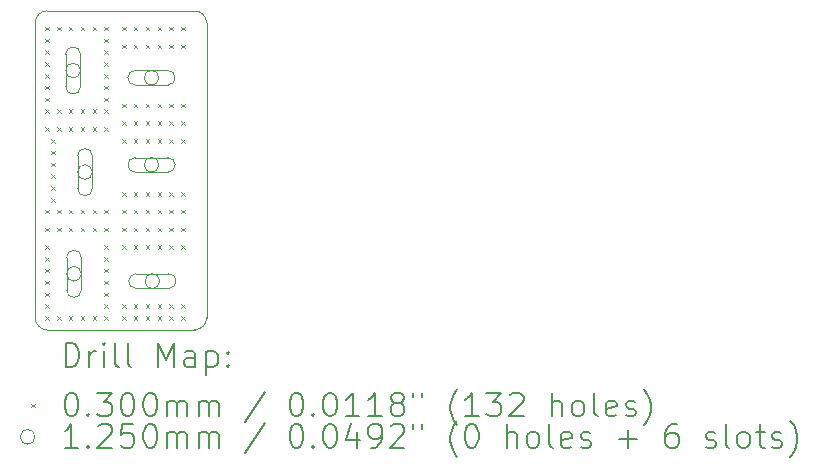
<source format=gbr>
%TF.GenerationSoftware,KiCad,Pcbnew,8.0.7*%
%TF.CreationDate,2025-04-11T01:47:24-04:00*%
%TF.ProjectId,1M_2F,314d5f32-462e-46b6-9963-61645f706362,rev?*%
%TF.SameCoordinates,Original*%
%TF.FileFunction,Drillmap*%
%TF.FilePolarity,Positive*%
%FSLAX45Y45*%
G04 Gerber Fmt 4.5, Leading zero omitted, Abs format (unit mm)*
G04 Created by KiCad (PCBNEW 8.0.7) date 2025-04-11 01:47:24*
%MOMM*%
%LPD*%
G01*
G04 APERTURE LIST*
%ADD10C,0.050000*%
%ADD11C,0.200000*%
%ADD12C,0.100000*%
%ADD13C,0.125000*%
G04 APERTURE END LIST*
D10*
X9400000Y-6100000D02*
G75*
G02*
X9300000Y-6000000I0J100000D01*
G01*
X9300000Y-3500000D02*
G75*
G02*
X9400000Y-3400000I100000J0D01*
G01*
X10650000Y-3400000D02*
G75*
G02*
X10750000Y-3500000I0J-100000D01*
G01*
X9300000Y-6000000D02*
X9300000Y-3500000D01*
X10750000Y-3500000D02*
X10750000Y-6000000D01*
X10750000Y-6000000D02*
G75*
G02*
X10650000Y-6100000I-100000J0D01*
G01*
X10650000Y-6100000D02*
X9400000Y-6100000D01*
X9400000Y-3400000D02*
X10650000Y-3400000D01*
D11*
D12*
X9385000Y-3535000D02*
X9415000Y-3565000D01*
X9415000Y-3535000D02*
X9385000Y-3565000D01*
X9385000Y-3635000D02*
X9415000Y-3665000D01*
X9415000Y-3635000D02*
X9385000Y-3665000D01*
X9385000Y-3735000D02*
X9415000Y-3765000D01*
X9415000Y-3735000D02*
X9385000Y-3765000D01*
X9385000Y-3835000D02*
X9415000Y-3865000D01*
X9415000Y-3835000D02*
X9385000Y-3865000D01*
X9385000Y-3935000D02*
X9415000Y-3965000D01*
X9415000Y-3935000D02*
X9385000Y-3965000D01*
X9385000Y-4035000D02*
X9415000Y-4065000D01*
X9415000Y-4035000D02*
X9385000Y-4065000D01*
X9385000Y-4135000D02*
X9415000Y-4165000D01*
X9415000Y-4135000D02*
X9385000Y-4165000D01*
X9385000Y-4235000D02*
X9415000Y-4265000D01*
X9415000Y-4235000D02*
X9385000Y-4265000D01*
X9385000Y-4385000D02*
X9415000Y-4415000D01*
X9415000Y-4385000D02*
X9385000Y-4415000D01*
X9385000Y-5085000D02*
X9415000Y-5115000D01*
X9415000Y-5085000D02*
X9385000Y-5115000D01*
X9385000Y-5235000D02*
X9415000Y-5265000D01*
X9415000Y-5235000D02*
X9385000Y-5265000D01*
X9385000Y-5385000D02*
X9415000Y-5415000D01*
X9415000Y-5385000D02*
X9385000Y-5415000D01*
X9385000Y-5485000D02*
X9415000Y-5515000D01*
X9415000Y-5485000D02*
X9385000Y-5515000D01*
X9385000Y-5585000D02*
X9415000Y-5615000D01*
X9415000Y-5585000D02*
X9385000Y-5615000D01*
X9385000Y-5685000D02*
X9415000Y-5715000D01*
X9415000Y-5685000D02*
X9385000Y-5715000D01*
X9385000Y-5785000D02*
X9415000Y-5815000D01*
X9415000Y-5785000D02*
X9385000Y-5815000D01*
X9385000Y-5885000D02*
X9415000Y-5915000D01*
X9415000Y-5885000D02*
X9385000Y-5915000D01*
X9385000Y-5985000D02*
X9415000Y-6015000D01*
X9415000Y-5985000D02*
X9385000Y-6015000D01*
X9435000Y-4485000D02*
X9465000Y-4515000D01*
X9465000Y-4485000D02*
X9435000Y-4515000D01*
X9435000Y-4585000D02*
X9465000Y-4615000D01*
X9465000Y-4585000D02*
X9435000Y-4615000D01*
X9435000Y-4685000D02*
X9465000Y-4715000D01*
X9465000Y-4685000D02*
X9435000Y-4715000D01*
X9435000Y-4785000D02*
X9465000Y-4815000D01*
X9465000Y-4785000D02*
X9435000Y-4815000D01*
X9435000Y-4885000D02*
X9465000Y-4915000D01*
X9465000Y-4885000D02*
X9435000Y-4915000D01*
X9435000Y-4985000D02*
X9465000Y-5015000D01*
X9465000Y-4985000D02*
X9435000Y-5015000D01*
X9485000Y-3535000D02*
X9515000Y-3565000D01*
X9515000Y-3535000D02*
X9485000Y-3565000D01*
X9485000Y-4235000D02*
X9515000Y-4265000D01*
X9515000Y-4235000D02*
X9485000Y-4265000D01*
X9485000Y-4385000D02*
X9515000Y-4415000D01*
X9515000Y-4385000D02*
X9485000Y-4415000D01*
X9485000Y-5085000D02*
X9515000Y-5115000D01*
X9515000Y-5085000D02*
X9485000Y-5115000D01*
X9485000Y-5235000D02*
X9515000Y-5265000D01*
X9515000Y-5235000D02*
X9485000Y-5265000D01*
X9485000Y-5985000D02*
X9515000Y-6015000D01*
X9515000Y-5985000D02*
X9485000Y-6015000D01*
X9585000Y-3535000D02*
X9615000Y-3565000D01*
X9615000Y-3535000D02*
X9585000Y-3565000D01*
X9585000Y-4235000D02*
X9615000Y-4265000D01*
X9615000Y-4235000D02*
X9585000Y-4265000D01*
X9585000Y-4385000D02*
X9615000Y-4415000D01*
X9615000Y-4385000D02*
X9585000Y-4415000D01*
X9585000Y-5085000D02*
X9615000Y-5115000D01*
X9615000Y-5085000D02*
X9585000Y-5115000D01*
X9585000Y-5235000D02*
X9615000Y-5265000D01*
X9615000Y-5235000D02*
X9585000Y-5265000D01*
X9585000Y-5985000D02*
X9615000Y-6015000D01*
X9615000Y-5985000D02*
X9585000Y-6015000D01*
X9685000Y-3535000D02*
X9715000Y-3565000D01*
X9715000Y-3535000D02*
X9685000Y-3565000D01*
X9685000Y-4235000D02*
X9715000Y-4265000D01*
X9715000Y-4235000D02*
X9685000Y-4265000D01*
X9685000Y-4385000D02*
X9715000Y-4415000D01*
X9715000Y-4385000D02*
X9685000Y-4415000D01*
X9685000Y-5085000D02*
X9715000Y-5115000D01*
X9715000Y-5085000D02*
X9685000Y-5115000D01*
X9685000Y-5235000D02*
X9715000Y-5265000D01*
X9715000Y-5235000D02*
X9685000Y-5265000D01*
X9685000Y-5985000D02*
X9715000Y-6015000D01*
X9715000Y-5985000D02*
X9685000Y-6015000D01*
X9785000Y-3535000D02*
X9815000Y-3565000D01*
X9815000Y-3535000D02*
X9785000Y-3565000D01*
X9785000Y-4235000D02*
X9815000Y-4265000D01*
X9815000Y-4235000D02*
X9785000Y-4265000D01*
X9785000Y-4385000D02*
X9815000Y-4415000D01*
X9815000Y-4385000D02*
X9785000Y-4415000D01*
X9785000Y-5085000D02*
X9815000Y-5115000D01*
X9815000Y-5085000D02*
X9785000Y-5115000D01*
X9785000Y-5235000D02*
X9815000Y-5265000D01*
X9815000Y-5235000D02*
X9785000Y-5265000D01*
X9785000Y-5985000D02*
X9815000Y-6015000D01*
X9815000Y-5985000D02*
X9785000Y-6015000D01*
X9885000Y-3535000D02*
X9915000Y-3565000D01*
X9915000Y-3535000D02*
X9885000Y-3565000D01*
X9885000Y-3635000D02*
X9915000Y-3665000D01*
X9915000Y-3635000D02*
X9885000Y-3665000D01*
X9885000Y-3735000D02*
X9915000Y-3765000D01*
X9915000Y-3735000D02*
X9885000Y-3765000D01*
X9885000Y-3835000D02*
X9915000Y-3865000D01*
X9915000Y-3835000D02*
X9885000Y-3865000D01*
X9885000Y-3935000D02*
X9915000Y-3965000D01*
X9915000Y-3935000D02*
X9885000Y-3965000D01*
X9885000Y-4035000D02*
X9915000Y-4065000D01*
X9915000Y-4035000D02*
X9885000Y-4065000D01*
X9885000Y-4135000D02*
X9915000Y-4165000D01*
X9915000Y-4135000D02*
X9885000Y-4165000D01*
X9885000Y-4235000D02*
X9915000Y-4265000D01*
X9915000Y-4235000D02*
X9885000Y-4265000D01*
X9885000Y-4385000D02*
X9915000Y-4415000D01*
X9915000Y-4385000D02*
X9885000Y-4415000D01*
X9885000Y-5085000D02*
X9915000Y-5115000D01*
X9915000Y-5085000D02*
X9885000Y-5115000D01*
X9885000Y-5235000D02*
X9915000Y-5265000D01*
X9915000Y-5235000D02*
X9885000Y-5265000D01*
X9885000Y-5385000D02*
X9915000Y-5415000D01*
X9915000Y-5385000D02*
X9885000Y-5415000D01*
X9885000Y-5485000D02*
X9915000Y-5515000D01*
X9915000Y-5485000D02*
X9885000Y-5515000D01*
X9885000Y-5585000D02*
X9915000Y-5615000D01*
X9915000Y-5585000D02*
X9885000Y-5615000D01*
X9885000Y-5685000D02*
X9915000Y-5715000D01*
X9915000Y-5685000D02*
X9885000Y-5715000D01*
X9885000Y-5785000D02*
X9915000Y-5815000D01*
X9915000Y-5785000D02*
X9885000Y-5815000D01*
X9885000Y-5885000D02*
X9915000Y-5915000D01*
X9915000Y-5885000D02*
X9885000Y-5915000D01*
X9885000Y-5985000D02*
X9915000Y-6015000D01*
X9915000Y-5985000D02*
X9885000Y-6015000D01*
X10035000Y-3535000D02*
X10065000Y-3565000D01*
X10065000Y-3535000D02*
X10035000Y-3565000D01*
X10035000Y-3685000D02*
X10065000Y-3715000D01*
X10065000Y-3685000D02*
X10035000Y-3715000D01*
X10035000Y-4185000D02*
X10065000Y-4215000D01*
X10065000Y-4185000D02*
X10035000Y-4215000D01*
X10035000Y-4335000D02*
X10065000Y-4365000D01*
X10065000Y-4335000D02*
X10035000Y-4365000D01*
X10035000Y-4485000D02*
X10065000Y-4515000D01*
X10065000Y-4485000D02*
X10035000Y-4515000D01*
X10035000Y-4935000D02*
X10065000Y-4965000D01*
X10065000Y-4935000D02*
X10035000Y-4965000D01*
X10035000Y-5085000D02*
X10065000Y-5115000D01*
X10065000Y-5085000D02*
X10035000Y-5115000D01*
X10035000Y-5235000D02*
X10065000Y-5265000D01*
X10065000Y-5235000D02*
X10035000Y-5265000D01*
X10035000Y-5385000D02*
X10065000Y-5415000D01*
X10065000Y-5385000D02*
X10035000Y-5415000D01*
X10035000Y-5885000D02*
X10065000Y-5915000D01*
X10065000Y-5885000D02*
X10035000Y-5915000D01*
X10035000Y-5985000D02*
X10065000Y-6015000D01*
X10065000Y-5985000D02*
X10035000Y-6015000D01*
X10135000Y-3535000D02*
X10165000Y-3565000D01*
X10165000Y-3535000D02*
X10135000Y-3565000D01*
X10135000Y-3685000D02*
X10165000Y-3715000D01*
X10165000Y-3685000D02*
X10135000Y-3715000D01*
X10135000Y-4185000D02*
X10165000Y-4215000D01*
X10165000Y-4185000D02*
X10135000Y-4215000D01*
X10135000Y-4335000D02*
X10165000Y-4365000D01*
X10165000Y-4335000D02*
X10135000Y-4365000D01*
X10135000Y-4485000D02*
X10165000Y-4515000D01*
X10165000Y-4485000D02*
X10135000Y-4515000D01*
X10135000Y-4935000D02*
X10165000Y-4965000D01*
X10165000Y-4935000D02*
X10135000Y-4965000D01*
X10135000Y-5085000D02*
X10165000Y-5115000D01*
X10165000Y-5085000D02*
X10135000Y-5115000D01*
X10135000Y-5235000D02*
X10165000Y-5265000D01*
X10165000Y-5235000D02*
X10135000Y-5265000D01*
X10135000Y-5385000D02*
X10165000Y-5415000D01*
X10165000Y-5385000D02*
X10135000Y-5415000D01*
X10135000Y-5885000D02*
X10165000Y-5915000D01*
X10165000Y-5885000D02*
X10135000Y-5915000D01*
X10135000Y-5985000D02*
X10165000Y-6015000D01*
X10165000Y-5985000D02*
X10135000Y-6015000D01*
X10235000Y-3535000D02*
X10265000Y-3565000D01*
X10265000Y-3535000D02*
X10235000Y-3565000D01*
X10235000Y-3685000D02*
X10265000Y-3715000D01*
X10265000Y-3685000D02*
X10235000Y-3715000D01*
X10235000Y-4185000D02*
X10265000Y-4215000D01*
X10265000Y-4185000D02*
X10235000Y-4215000D01*
X10235000Y-4335000D02*
X10265000Y-4365000D01*
X10265000Y-4335000D02*
X10235000Y-4365000D01*
X10235000Y-4485000D02*
X10265000Y-4515000D01*
X10265000Y-4485000D02*
X10235000Y-4515000D01*
X10235000Y-4935000D02*
X10265000Y-4965000D01*
X10265000Y-4935000D02*
X10235000Y-4965000D01*
X10235000Y-5085000D02*
X10265000Y-5115000D01*
X10265000Y-5085000D02*
X10235000Y-5115000D01*
X10235000Y-5235000D02*
X10265000Y-5265000D01*
X10265000Y-5235000D02*
X10235000Y-5265000D01*
X10235000Y-5385000D02*
X10265000Y-5415000D01*
X10265000Y-5385000D02*
X10235000Y-5415000D01*
X10235000Y-5885000D02*
X10265000Y-5915000D01*
X10265000Y-5885000D02*
X10235000Y-5915000D01*
X10235000Y-5985000D02*
X10265000Y-6015000D01*
X10265000Y-5985000D02*
X10235000Y-6015000D01*
X10335000Y-3535000D02*
X10365000Y-3565000D01*
X10365000Y-3535000D02*
X10335000Y-3565000D01*
X10335000Y-3685000D02*
X10365000Y-3715000D01*
X10365000Y-3685000D02*
X10335000Y-3715000D01*
X10335000Y-4185000D02*
X10365000Y-4215000D01*
X10365000Y-4185000D02*
X10335000Y-4215000D01*
X10335000Y-4335000D02*
X10365000Y-4365000D01*
X10365000Y-4335000D02*
X10335000Y-4365000D01*
X10335000Y-4485000D02*
X10365000Y-4515000D01*
X10365000Y-4485000D02*
X10335000Y-4515000D01*
X10335000Y-4935000D02*
X10365000Y-4965000D01*
X10365000Y-4935000D02*
X10335000Y-4965000D01*
X10335000Y-5085000D02*
X10365000Y-5115000D01*
X10365000Y-5085000D02*
X10335000Y-5115000D01*
X10335000Y-5235000D02*
X10365000Y-5265000D01*
X10365000Y-5235000D02*
X10335000Y-5265000D01*
X10335000Y-5385000D02*
X10365000Y-5415000D01*
X10365000Y-5385000D02*
X10335000Y-5415000D01*
X10335000Y-5885000D02*
X10365000Y-5915000D01*
X10365000Y-5885000D02*
X10335000Y-5915000D01*
X10335000Y-5985000D02*
X10365000Y-6015000D01*
X10365000Y-5985000D02*
X10335000Y-6015000D01*
X10435000Y-3535000D02*
X10465000Y-3565000D01*
X10465000Y-3535000D02*
X10435000Y-3565000D01*
X10435000Y-3685000D02*
X10465000Y-3715000D01*
X10465000Y-3685000D02*
X10435000Y-3715000D01*
X10435000Y-4185000D02*
X10465000Y-4215000D01*
X10465000Y-4185000D02*
X10435000Y-4215000D01*
X10435000Y-4335000D02*
X10465000Y-4365000D01*
X10465000Y-4335000D02*
X10435000Y-4365000D01*
X10435000Y-4485000D02*
X10465000Y-4515000D01*
X10465000Y-4485000D02*
X10435000Y-4515000D01*
X10435000Y-4935000D02*
X10465000Y-4965000D01*
X10465000Y-4935000D02*
X10435000Y-4965000D01*
X10435000Y-5085000D02*
X10465000Y-5115000D01*
X10465000Y-5085000D02*
X10435000Y-5115000D01*
X10435000Y-5235000D02*
X10465000Y-5265000D01*
X10465000Y-5235000D02*
X10435000Y-5265000D01*
X10435000Y-5385000D02*
X10465000Y-5415000D01*
X10465000Y-5385000D02*
X10435000Y-5415000D01*
X10435000Y-5885000D02*
X10465000Y-5915000D01*
X10465000Y-5885000D02*
X10435000Y-5915000D01*
X10435000Y-5985000D02*
X10465000Y-6015000D01*
X10465000Y-5985000D02*
X10435000Y-6015000D01*
X10535000Y-3535000D02*
X10565000Y-3565000D01*
X10565000Y-3535000D02*
X10535000Y-3565000D01*
X10535000Y-3685000D02*
X10565000Y-3715000D01*
X10565000Y-3685000D02*
X10535000Y-3715000D01*
X10535000Y-4185000D02*
X10565000Y-4215000D01*
X10565000Y-4185000D02*
X10535000Y-4215000D01*
X10535000Y-4335000D02*
X10565000Y-4365000D01*
X10565000Y-4335000D02*
X10535000Y-4365000D01*
X10535000Y-4485000D02*
X10565000Y-4515000D01*
X10565000Y-4485000D02*
X10535000Y-4515000D01*
X10535000Y-4935000D02*
X10565000Y-4965000D01*
X10565000Y-4935000D02*
X10535000Y-4965000D01*
X10535000Y-5085000D02*
X10565000Y-5115000D01*
X10565000Y-5085000D02*
X10535000Y-5115000D01*
X10535000Y-5235000D02*
X10565000Y-5265000D01*
X10565000Y-5235000D02*
X10535000Y-5265000D01*
X10535000Y-5385000D02*
X10565000Y-5415000D01*
X10565000Y-5385000D02*
X10535000Y-5415000D01*
X10535000Y-5885000D02*
X10565000Y-5915000D01*
X10565000Y-5885000D02*
X10535000Y-5915000D01*
X10535000Y-5985000D02*
X10565000Y-6015000D01*
X10565000Y-5985000D02*
X10535000Y-6015000D01*
D13*
X9682500Y-3905000D02*
G75*
G02*
X9557500Y-3905000I-62500J0D01*
G01*
X9557500Y-3905000D02*
G75*
G02*
X9682500Y-3905000I62500J0D01*
G01*
D12*
X9557500Y-3767500D02*
X9557500Y-4042500D01*
X9682500Y-4042500D02*
G75*
G02*
X9557500Y-4042500I-62500J0D01*
G01*
X9682500Y-4042500D02*
X9682500Y-3767500D01*
X9682500Y-3767500D02*
G75*
G03*
X9557500Y-3767500I-62500J0D01*
G01*
D13*
X9690000Y-5626250D02*
G75*
G02*
X9565000Y-5626250I-62500J0D01*
G01*
X9565000Y-5626250D02*
G75*
G02*
X9690000Y-5626250I62500J0D01*
G01*
D12*
X9565000Y-5488750D02*
X9565000Y-5763750D01*
X9690000Y-5763750D02*
G75*
G02*
X9565000Y-5763750I-62500J0D01*
G01*
X9690000Y-5763750D02*
X9690000Y-5488750D01*
X9690000Y-5488750D02*
G75*
G03*
X9565000Y-5488750I-62500J0D01*
G01*
D13*
X9783210Y-4765330D02*
G75*
G02*
X9658210Y-4765330I-62500J0D01*
G01*
X9658210Y-4765330D02*
G75*
G02*
X9783210Y-4765330I62500J0D01*
G01*
D12*
X9658210Y-4627830D02*
X9658210Y-4902830D01*
X9783210Y-4902830D02*
G75*
G02*
X9658210Y-4902830I-62500J0D01*
G01*
X9783210Y-4902830D02*
X9783210Y-4627830D01*
X9783210Y-4627830D02*
G75*
G03*
X9658210Y-4627830I-62500J0D01*
G01*
D13*
X10346250Y-3966250D02*
G75*
G02*
X10221250Y-3966250I-62500J0D01*
G01*
X10221250Y-3966250D02*
G75*
G02*
X10346250Y-3966250I62500J0D01*
G01*
D12*
X10421250Y-3903750D02*
X10146250Y-3903750D01*
X10146250Y-4028750D02*
G75*
G02*
X10146250Y-3903750I0J62500D01*
G01*
X10146250Y-4028750D02*
X10421250Y-4028750D01*
X10421250Y-4028750D02*
G75*
G03*
X10421250Y-3903750I0J62500D01*
G01*
D13*
X10346960Y-4704080D02*
G75*
G02*
X10221960Y-4704080I-62500J0D01*
G01*
X10221960Y-4704080D02*
G75*
G02*
X10346960Y-4704080I62500J0D01*
G01*
D12*
X10146960Y-4766580D02*
X10421960Y-4766580D01*
X10421960Y-4641580D02*
G75*
G02*
X10421960Y-4766580I0J-62500D01*
G01*
X10421960Y-4641580D02*
X10146960Y-4641580D01*
X10146960Y-4641580D02*
G75*
G03*
X10146960Y-4766580I0J-62500D01*
G01*
D13*
X10353750Y-5687500D02*
G75*
G02*
X10228750Y-5687500I-62500J0D01*
G01*
X10228750Y-5687500D02*
G75*
G02*
X10353750Y-5687500I62500J0D01*
G01*
D12*
X10428750Y-5625000D02*
X10153750Y-5625000D01*
X10153750Y-5750000D02*
G75*
G02*
X10153750Y-5625000I0J62500D01*
G01*
X10153750Y-5750000D02*
X10428750Y-5750000D01*
X10428750Y-5750000D02*
G75*
G03*
X10428750Y-5625000I0J62500D01*
G01*
D11*
X9558277Y-6413984D02*
X9558277Y-6213984D01*
X9558277Y-6213984D02*
X9605896Y-6213984D01*
X9605896Y-6213984D02*
X9634467Y-6223508D01*
X9634467Y-6223508D02*
X9653515Y-6242555D01*
X9653515Y-6242555D02*
X9663039Y-6261603D01*
X9663039Y-6261603D02*
X9672563Y-6299698D01*
X9672563Y-6299698D02*
X9672563Y-6328269D01*
X9672563Y-6328269D02*
X9663039Y-6366365D01*
X9663039Y-6366365D02*
X9653515Y-6385412D01*
X9653515Y-6385412D02*
X9634467Y-6404460D01*
X9634467Y-6404460D02*
X9605896Y-6413984D01*
X9605896Y-6413984D02*
X9558277Y-6413984D01*
X9758277Y-6413984D02*
X9758277Y-6280650D01*
X9758277Y-6318746D02*
X9767801Y-6299698D01*
X9767801Y-6299698D02*
X9777324Y-6290174D01*
X9777324Y-6290174D02*
X9796372Y-6280650D01*
X9796372Y-6280650D02*
X9815420Y-6280650D01*
X9882086Y-6413984D02*
X9882086Y-6280650D01*
X9882086Y-6213984D02*
X9872563Y-6223508D01*
X9872563Y-6223508D02*
X9882086Y-6233031D01*
X9882086Y-6233031D02*
X9891610Y-6223508D01*
X9891610Y-6223508D02*
X9882086Y-6213984D01*
X9882086Y-6213984D02*
X9882086Y-6233031D01*
X10005896Y-6413984D02*
X9986848Y-6404460D01*
X9986848Y-6404460D02*
X9977324Y-6385412D01*
X9977324Y-6385412D02*
X9977324Y-6213984D01*
X10110658Y-6413984D02*
X10091610Y-6404460D01*
X10091610Y-6404460D02*
X10082086Y-6385412D01*
X10082086Y-6385412D02*
X10082086Y-6213984D01*
X10339229Y-6413984D02*
X10339229Y-6213984D01*
X10339229Y-6213984D02*
X10405896Y-6356841D01*
X10405896Y-6356841D02*
X10472563Y-6213984D01*
X10472563Y-6213984D02*
X10472563Y-6413984D01*
X10653515Y-6413984D02*
X10653515Y-6309222D01*
X10653515Y-6309222D02*
X10643991Y-6290174D01*
X10643991Y-6290174D02*
X10624944Y-6280650D01*
X10624944Y-6280650D02*
X10586848Y-6280650D01*
X10586848Y-6280650D02*
X10567801Y-6290174D01*
X10653515Y-6404460D02*
X10634467Y-6413984D01*
X10634467Y-6413984D02*
X10586848Y-6413984D01*
X10586848Y-6413984D02*
X10567801Y-6404460D01*
X10567801Y-6404460D02*
X10558277Y-6385412D01*
X10558277Y-6385412D02*
X10558277Y-6366365D01*
X10558277Y-6366365D02*
X10567801Y-6347317D01*
X10567801Y-6347317D02*
X10586848Y-6337793D01*
X10586848Y-6337793D02*
X10634467Y-6337793D01*
X10634467Y-6337793D02*
X10653515Y-6328269D01*
X10748753Y-6280650D02*
X10748753Y-6480650D01*
X10748753Y-6290174D02*
X10767801Y-6280650D01*
X10767801Y-6280650D02*
X10805896Y-6280650D01*
X10805896Y-6280650D02*
X10824944Y-6290174D01*
X10824944Y-6290174D02*
X10834467Y-6299698D01*
X10834467Y-6299698D02*
X10843991Y-6318746D01*
X10843991Y-6318746D02*
X10843991Y-6375888D01*
X10843991Y-6375888D02*
X10834467Y-6394936D01*
X10834467Y-6394936D02*
X10824944Y-6404460D01*
X10824944Y-6404460D02*
X10805896Y-6413984D01*
X10805896Y-6413984D02*
X10767801Y-6413984D01*
X10767801Y-6413984D02*
X10748753Y-6404460D01*
X10929705Y-6394936D02*
X10939229Y-6404460D01*
X10939229Y-6404460D02*
X10929705Y-6413984D01*
X10929705Y-6413984D02*
X10920182Y-6404460D01*
X10920182Y-6404460D02*
X10929705Y-6394936D01*
X10929705Y-6394936D02*
X10929705Y-6413984D01*
X10929705Y-6290174D02*
X10939229Y-6299698D01*
X10939229Y-6299698D02*
X10929705Y-6309222D01*
X10929705Y-6309222D02*
X10920182Y-6299698D01*
X10920182Y-6299698D02*
X10929705Y-6290174D01*
X10929705Y-6290174D02*
X10929705Y-6309222D01*
D12*
X9267500Y-6727500D02*
X9297500Y-6757500D01*
X9297500Y-6727500D02*
X9267500Y-6757500D01*
D11*
X9596372Y-6633984D02*
X9615420Y-6633984D01*
X9615420Y-6633984D02*
X9634467Y-6643508D01*
X9634467Y-6643508D02*
X9643991Y-6653031D01*
X9643991Y-6653031D02*
X9653515Y-6672079D01*
X9653515Y-6672079D02*
X9663039Y-6710174D01*
X9663039Y-6710174D02*
X9663039Y-6757793D01*
X9663039Y-6757793D02*
X9653515Y-6795888D01*
X9653515Y-6795888D02*
X9643991Y-6814936D01*
X9643991Y-6814936D02*
X9634467Y-6824460D01*
X9634467Y-6824460D02*
X9615420Y-6833984D01*
X9615420Y-6833984D02*
X9596372Y-6833984D01*
X9596372Y-6833984D02*
X9577324Y-6824460D01*
X9577324Y-6824460D02*
X9567801Y-6814936D01*
X9567801Y-6814936D02*
X9558277Y-6795888D01*
X9558277Y-6795888D02*
X9548753Y-6757793D01*
X9548753Y-6757793D02*
X9548753Y-6710174D01*
X9548753Y-6710174D02*
X9558277Y-6672079D01*
X9558277Y-6672079D02*
X9567801Y-6653031D01*
X9567801Y-6653031D02*
X9577324Y-6643508D01*
X9577324Y-6643508D02*
X9596372Y-6633984D01*
X9748753Y-6814936D02*
X9758277Y-6824460D01*
X9758277Y-6824460D02*
X9748753Y-6833984D01*
X9748753Y-6833984D02*
X9739229Y-6824460D01*
X9739229Y-6824460D02*
X9748753Y-6814936D01*
X9748753Y-6814936D02*
X9748753Y-6833984D01*
X9824944Y-6633984D02*
X9948753Y-6633984D01*
X9948753Y-6633984D02*
X9882086Y-6710174D01*
X9882086Y-6710174D02*
X9910658Y-6710174D01*
X9910658Y-6710174D02*
X9929705Y-6719698D01*
X9929705Y-6719698D02*
X9939229Y-6729222D01*
X9939229Y-6729222D02*
X9948753Y-6748269D01*
X9948753Y-6748269D02*
X9948753Y-6795888D01*
X9948753Y-6795888D02*
X9939229Y-6814936D01*
X9939229Y-6814936D02*
X9929705Y-6824460D01*
X9929705Y-6824460D02*
X9910658Y-6833984D01*
X9910658Y-6833984D02*
X9853515Y-6833984D01*
X9853515Y-6833984D02*
X9834467Y-6824460D01*
X9834467Y-6824460D02*
X9824944Y-6814936D01*
X10072563Y-6633984D02*
X10091610Y-6633984D01*
X10091610Y-6633984D02*
X10110658Y-6643508D01*
X10110658Y-6643508D02*
X10120182Y-6653031D01*
X10120182Y-6653031D02*
X10129705Y-6672079D01*
X10129705Y-6672079D02*
X10139229Y-6710174D01*
X10139229Y-6710174D02*
X10139229Y-6757793D01*
X10139229Y-6757793D02*
X10129705Y-6795888D01*
X10129705Y-6795888D02*
X10120182Y-6814936D01*
X10120182Y-6814936D02*
X10110658Y-6824460D01*
X10110658Y-6824460D02*
X10091610Y-6833984D01*
X10091610Y-6833984D02*
X10072563Y-6833984D01*
X10072563Y-6833984D02*
X10053515Y-6824460D01*
X10053515Y-6824460D02*
X10043991Y-6814936D01*
X10043991Y-6814936D02*
X10034467Y-6795888D01*
X10034467Y-6795888D02*
X10024944Y-6757793D01*
X10024944Y-6757793D02*
X10024944Y-6710174D01*
X10024944Y-6710174D02*
X10034467Y-6672079D01*
X10034467Y-6672079D02*
X10043991Y-6653031D01*
X10043991Y-6653031D02*
X10053515Y-6643508D01*
X10053515Y-6643508D02*
X10072563Y-6633984D01*
X10263039Y-6633984D02*
X10282086Y-6633984D01*
X10282086Y-6633984D02*
X10301134Y-6643508D01*
X10301134Y-6643508D02*
X10310658Y-6653031D01*
X10310658Y-6653031D02*
X10320182Y-6672079D01*
X10320182Y-6672079D02*
X10329705Y-6710174D01*
X10329705Y-6710174D02*
X10329705Y-6757793D01*
X10329705Y-6757793D02*
X10320182Y-6795888D01*
X10320182Y-6795888D02*
X10310658Y-6814936D01*
X10310658Y-6814936D02*
X10301134Y-6824460D01*
X10301134Y-6824460D02*
X10282086Y-6833984D01*
X10282086Y-6833984D02*
X10263039Y-6833984D01*
X10263039Y-6833984D02*
X10243991Y-6824460D01*
X10243991Y-6824460D02*
X10234467Y-6814936D01*
X10234467Y-6814936D02*
X10224944Y-6795888D01*
X10224944Y-6795888D02*
X10215420Y-6757793D01*
X10215420Y-6757793D02*
X10215420Y-6710174D01*
X10215420Y-6710174D02*
X10224944Y-6672079D01*
X10224944Y-6672079D02*
X10234467Y-6653031D01*
X10234467Y-6653031D02*
X10243991Y-6643508D01*
X10243991Y-6643508D02*
X10263039Y-6633984D01*
X10415420Y-6833984D02*
X10415420Y-6700650D01*
X10415420Y-6719698D02*
X10424944Y-6710174D01*
X10424944Y-6710174D02*
X10443991Y-6700650D01*
X10443991Y-6700650D02*
X10472563Y-6700650D01*
X10472563Y-6700650D02*
X10491610Y-6710174D01*
X10491610Y-6710174D02*
X10501134Y-6729222D01*
X10501134Y-6729222D02*
X10501134Y-6833984D01*
X10501134Y-6729222D02*
X10510658Y-6710174D01*
X10510658Y-6710174D02*
X10529705Y-6700650D01*
X10529705Y-6700650D02*
X10558277Y-6700650D01*
X10558277Y-6700650D02*
X10577325Y-6710174D01*
X10577325Y-6710174D02*
X10586848Y-6729222D01*
X10586848Y-6729222D02*
X10586848Y-6833984D01*
X10682086Y-6833984D02*
X10682086Y-6700650D01*
X10682086Y-6719698D02*
X10691610Y-6710174D01*
X10691610Y-6710174D02*
X10710658Y-6700650D01*
X10710658Y-6700650D02*
X10739229Y-6700650D01*
X10739229Y-6700650D02*
X10758277Y-6710174D01*
X10758277Y-6710174D02*
X10767801Y-6729222D01*
X10767801Y-6729222D02*
X10767801Y-6833984D01*
X10767801Y-6729222D02*
X10777325Y-6710174D01*
X10777325Y-6710174D02*
X10796372Y-6700650D01*
X10796372Y-6700650D02*
X10824944Y-6700650D01*
X10824944Y-6700650D02*
X10843991Y-6710174D01*
X10843991Y-6710174D02*
X10853515Y-6729222D01*
X10853515Y-6729222D02*
X10853515Y-6833984D01*
X11243991Y-6624460D02*
X11072563Y-6881603D01*
X11501134Y-6633984D02*
X11520182Y-6633984D01*
X11520182Y-6633984D02*
X11539229Y-6643508D01*
X11539229Y-6643508D02*
X11548753Y-6653031D01*
X11548753Y-6653031D02*
X11558277Y-6672079D01*
X11558277Y-6672079D02*
X11567801Y-6710174D01*
X11567801Y-6710174D02*
X11567801Y-6757793D01*
X11567801Y-6757793D02*
X11558277Y-6795888D01*
X11558277Y-6795888D02*
X11548753Y-6814936D01*
X11548753Y-6814936D02*
X11539229Y-6824460D01*
X11539229Y-6824460D02*
X11520182Y-6833984D01*
X11520182Y-6833984D02*
X11501134Y-6833984D01*
X11501134Y-6833984D02*
X11482086Y-6824460D01*
X11482086Y-6824460D02*
X11472563Y-6814936D01*
X11472563Y-6814936D02*
X11463039Y-6795888D01*
X11463039Y-6795888D02*
X11453515Y-6757793D01*
X11453515Y-6757793D02*
X11453515Y-6710174D01*
X11453515Y-6710174D02*
X11463039Y-6672079D01*
X11463039Y-6672079D02*
X11472563Y-6653031D01*
X11472563Y-6653031D02*
X11482086Y-6643508D01*
X11482086Y-6643508D02*
X11501134Y-6633984D01*
X11653515Y-6814936D02*
X11663039Y-6824460D01*
X11663039Y-6824460D02*
X11653515Y-6833984D01*
X11653515Y-6833984D02*
X11643991Y-6824460D01*
X11643991Y-6824460D02*
X11653515Y-6814936D01*
X11653515Y-6814936D02*
X11653515Y-6833984D01*
X11786848Y-6633984D02*
X11805896Y-6633984D01*
X11805896Y-6633984D02*
X11824944Y-6643508D01*
X11824944Y-6643508D02*
X11834467Y-6653031D01*
X11834467Y-6653031D02*
X11843991Y-6672079D01*
X11843991Y-6672079D02*
X11853515Y-6710174D01*
X11853515Y-6710174D02*
X11853515Y-6757793D01*
X11853515Y-6757793D02*
X11843991Y-6795888D01*
X11843991Y-6795888D02*
X11834467Y-6814936D01*
X11834467Y-6814936D02*
X11824944Y-6824460D01*
X11824944Y-6824460D02*
X11805896Y-6833984D01*
X11805896Y-6833984D02*
X11786848Y-6833984D01*
X11786848Y-6833984D02*
X11767801Y-6824460D01*
X11767801Y-6824460D02*
X11758277Y-6814936D01*
X11758277Y-6814936D02*
X11748753Y-6795888D01*
X11748753Y-6795888D02*
X11739229Y-6757793D01*
X11739229Y-6757793D02*
X11739229Y-6710174D01*
X11739229Y-6710174D02*
X11748753Y-6672079D01*
X11748753Y-6672079D02*
X11758277Y-6653031D01*
X11758277Y-6653031D02*
X11767801Y-6643508D01*
X11767801Y-6643508D02*
X11786848Y-6633984D01*
X12043991Y-6833984D02*
X11929706Y-6833984D01*
X11986848Y-6833984D02*
X11986848Y-6633984D01*
X11986848Y-6633984D02*
X11967801Y-6662555D01*
X11967801Y-6662555D02*
X11948753Y-6681603D01*
X11948753Y-6681603D02*
X11929706Y-6691127D01*
X12234467Y-6833984D02*
X12120182Y-6833984D01*
X12177325Y-6833984D02*
X12177325Y-6633984D01*
X12177325Y-6633984D02*
X12158277Y-6662555D01*
X12158277Y-6662555D02*
X12139229Y-6681603D01*
X12139229Y-6681603D02*
X12120182Y-6691127D01*
X12348753Y-6719698D02*
X12329706Y-6710174D01*
X12329706Y-6710174D02*
X12320182Y-6700650D01*
X12320182Y-6700650D02*
X12310658Y-6681603D01*
X12310658Y-6681603D02*
X12310658Y-6672079D01*
X12310658Y-6672079D02*
X12320182Y-6653031D01*
X12320182Y-6653031D02*
X12329706Y-6643508D01*
X12329706Y-6643508D02*
X12348753Y-6633984D01*
X12348753Y-6633984D02*
X12386848Y-6633984D01*
X12386848Y-6633984D02*
X12405896Y-6643508D01*
X12405896Y-6643508D02*
X12415420Y-6653031D01*
X12415420Y-6653031D02*
X12424944Y-6672079D01*
X12424944Y-6672079D02*
X12424944Y-6681603D01*
X12424944Y-6681603D02*
X12415420Y-6700650D01*
X12415420Y-6700650D02*
X12405896Y-6710174D01*
X12405896Y-6710174D02*
X12386848Y-6719698D01*
X12386848Y-6719698D02*
X12348753Y-6719698D01*
X12348753Y-6719698D02*
X12329706Y-6729222D01*
X12329706Y-6729222D02*
X12320182Y-6738746D01*
X12320182Y-6738746D02*
X12310658Y-6757793D01*
X12310658Y-6757793D02*
X12310658Y-6795888D01*
X12310658Y-6795888D02*
X12320182Y-6814936D01*
X12320182Y-6814936D02*
X12329706Y-6824460D01*
X12329706Y-6824460D02*
X12348753Y-6833984D01*
X12348753Y-6833984D02*
X12386848Y-6833984D01*
X12386848Y-6833984D02*
X12405896Y-6824460D01*
X12405896Y-6824460D02*
X12415420Y-6814936D01*
X12415420Y-6814936D02*
X12424944Y-6795888D01*
X12424944Y-6795888D02*
X12424944Y-6757793D01*
X12424944Y-6757793D02*
X12415420Y-6738746D01*
X12415420Y-6738746D02*
X12405896Y-6729222D01*
X12405896Y-6729222D02*
X12386848Y-6719698D01*
X12501134Y-6633984D02*
X12501134Y-6672079D01*
X12577325Y-6633984D02*
X12577325Y-6672079D01*
X12872563Y-6910174D02*
X12863039Y-6900650D01*
X12863039Y-6900650D02*
X12843991Y-6872079D01*
X12843991Y-6872079D02*
X12834468Y-6853031D01*
X12834468Y-6853031D02*
X12824944Y-6824460D01*
X12824944Y-6824460D02*
X12815420Y-6776841D01*
X12815420Y-6776841D02*
X12815420Y-6738746D01*
X12815420Y-6738746D02*
X12824944Y-6691127D01*
X12824944Y-6691127D02*
X12834468Y-6662555D01*
X12834468Y-6662555D02*
X12843991Y-6643508D01*
X12843991Y-6643508D02*
X12863039Y-6614936D01*
X12863039Y-6614936D02*
X12872563Y-6605412D01*
X13053515Y-6833984D02*
X12939229Y-6833984D01*
X12996372Y-6833984D02*
X12996372Y-6633984D01*
X12996372Y-6633984D02*
X12977325Y-6662555D01*
X12977325Y-6662555D02*
X12958277Y-6681603D01*
X12958277Y-6681603D02*
X12939229Y-6691127D01*
X13120182Y-6633984D02*
X13243991Y-6633984D01*
X13243991Y-6633984D02*
X13177325Y-6710174D01*
X13177325Y-6710174D02*
X13205896Y-6710174D01*
X13205896Y-6710174D02*
X13224944Y-6719698D01*
X13224944Y-6719698D02*
X13234468Y-6729222D01*
X13234468Y-6729222D02*
X13243991Y-6748269D01*
X13243991Y-6748269D02*
X13243991Y-6795888D01*
X13243991Y-6795888D02*
X13234468Y-6814936D01*
X13234468Y-6814936D02*
X13224944Y-6824460D01*
X13224944Y-6824460D02*
X13205896Y-6833984D01*
X13205896Y-6833984D02*
X13148753Y-6833984D01*
X13148753Y-6833984D02*
X13129706Y-6824460D01*
X13129706Y-6824460D02*
X13120182Y-6814936D01*
X13320182Y-6653031D02*
X13329706Y-6643508D01*
X13329706Y-6643508D02*
X13348753Y-6633984D01*
X13348753Y-6633984D02*
X13396372Y-6633984D01*
X13396372Y-6633984D02*
X13415420Y-6643508D01*
X13415420Y-6643508D02*
X13424944Y-6653031D01*
X13424944Y-6653031D02*
X13434468Y-6672079D01*
X13434468Y-6672079D02*
X13434468Y-6691127D01*
X13434468Y-6691127D02*
X13424944Y-6719698D01*
X13424944Y-6719698D02*
X13310658Y-6833984D01*
X13310658Y-6833984D02*
X13434468Y-6833984D01*
X13672563Y-6833984D02*
X13672563Y-6633984D01*
X13758277Y-6833984D02*
X13758277Y-6729222D01*
X13758277Y-6729222D02*
X13748753Y-6710174D01*
X13748753Y-6710174D02*
X13729706Y-6700650D01*
X13729706Y-6700650D02*
X13701134Y-6700650D01*
X13701134Y-6700650D02*
X13682087Y-6710174D01*
X13682087Y-6710174D02*
X13672563Y-6719698D01*
X13882087Y-6833984D02*
X13863039Y-6824460D01*
X13863039Y-6824460D02*
X13853515Y-6814936D01*
X13853515Y-6814936D02*
X13843991Y-6795888D01*
X13843991Y-6795888D02*
X13843991Y-6738746D01*
X13843991Y-6738746D02*
X13853515Y-6719698D01*
X13853515Y-6719698D02*
X13863039Y-6710174D01*
X13863039Y-6710174D02*
X13882087Y-6700650D01*
X13882087Y-6700650D02*
X13910658Y-6700650D01*
X13910658Y-6700650D02*
X13929706Y-6710174D01*
X13929706Y-6710174D02*
X13939230Y-6719698D01*
X13939230Y-6719698D02*
X13948753Y-6738746D01*
X13948753Y-6738746D02*
X13948753Y-6795888D01*
X13948753Y-6795888D02*
X13939230Y-6814936D01*
X13939230Y-6814936D02*
X13929706Y-6824460D01*
X13929706Y-6824460D02*
X13910658Y-6833984D01*
X13910658Y-6833984D02*
X13882087Y-6833984D01*
X14063039Y-6833984D02*
X14043991Y-6824460D01*
X14043991Y-6824460D02*
X14034468Y-6805412D01*
X14034468Y-6805412D02*
X14034468Y-6633984D01*
X14215420Y-6824460D02*
X14196372Y-6833984D01*
X14196372Y-6833984D02*
X14158277Y-6833984D01*
X14158277Y-6833984D02*
X14139230Y-6824460D01*
X14139230Y-6824460D02*
X14129706Y-6805412D01*
X14129706Y-6805412D02*
X14129706Y-6729222D01*
X14129706Y-6729222D02*
X14139230Y-6710174D01*
X14139230Y-6710174D02*
X14158277Y-6700650D01*
X14158277Y-6700650D02*
X14196372Y-6700650D01*
X14196372Y-6700650D02*
X14215420Y-6710174D01*
X14215420Y-6710174D02*
X14224944Y-6729222D01*
X14224944Y-6729222D02*
X14224944Y-6748269D01*
X14224944Y-6748269D02*
X14129706Y-6767317D01*
X14301134Y-6824460D02*
X14320182Y-6833984D01*
X14320182Y-6833984D02*
X14358277Y-6833984D01*
X14358277Y-6833984D02*
X14377325Y-6824460D01*
X14377325Y-6824460D02*
X14386849Y-6805412D01*
X14386849Y-6805412D02*
X14386849Y-6795888D01*
X14386849Y-6795888D02*
X14377325Y-6776841D01*
X14377325Y-6776841D02*
X14358277Y-6767317D01*
X14358277Y-6767317D02*
X14329706Y-6767317D01*
X14329706Y-6767317D02*
X14310658Y-6757793D01*
X14310658Y-6757793D02*
X14301134Y-6738746D01*
X14301134Y-6738746D02*
X14301134Y-6729222D01*
X14301134Y-6729222D02*
X14310658Y-6710174D01*
X14310658Y-6710174D02*
X14329706Y-6700650D01*
X14329706Y-6700650D02*
X14358277Y-6700650D01*
X14358277Y-6700650D02*
X14377325Y-6710174D01*
X14453515Y-6910174D02*
X14463039Y-6900650D01*
X14463039Y-6900650D02*
X14482087Y-6872079D01*
X14482087Y-6872079D02*
X14491611Y-6853031D01*
X14491611Y-6853031D02*
X14501134Y-6824460D01*
X14501134Y-6824460D02*
X14510658Y-6776841D01*
X14510658Y-6776841D02*
X14510658Y-6738746D01*
X14510658Y-6738746D02*
X14501134Y-6691127D01*
X14501134Y-6691127D02*
X14491611Y-6662555D01*
X14491611Y-6662555D02*
X14482087Y-6643508D01*
X14482087Y-6643508D02*
X14463039Y-6614936D01*
X14463039Y-6614936D02*
X14453515Y-6605412D01*
D13*
X9297500Y-7006500D02*
G75*
G02*
X9172500Y-7006500I-62500J0D01*
G01*
X9172500Y-7006500D02*
G75*
G02*
X9297500Y-7006500I62500J0D01*
G01*
D11*
X9663039Y-7097984D02*
X9548753Y-7097984D01*
X9605896Y-7097984D02*
X9605896Y-6897984D01*
X9605896Y-6897984D02*
X9586848Y-6926555D01*
X9586848Y-6926555D02*
X9567801Y-6945603D01*
X9567801Y-6945603D02*
X9548753Y-6955127D01*
X9748753Y-7078936D02*
X9758277Y-7088460D01*
X9758277Y-7088460D02*
X9748753Y-7097984D01*
X9748753Y-7097984D02*
X9739229Y-7088460D01*
X9739229Y-7088460D02*
X9748753Y-7078936D01*
X9748753Y-7078936D02*
X9748753Y-7097984D01*
X9834467Y-6917031D02*
X9843991Y-6907508D01*
X9843991Y-6907508D02*
X9863039Y-6897984D01*
X9863039Y-6897984D02*
X9910658Y-6897984D01*
X9910658Y-6897984D02*
X9929705Y-6907508D01*
X9929705Y-6907508D02*
X9939229Y-6917031D01*
X9939229Y-6917031D02*
X9948753Y-6936079D01*
X9948753Y-6936079D02*
X9948753Y-6955127D01*
X9948753Y-6955127D02*
X9939229Y-6983698D01*
X9939229Y-6983698D02*
X9824944Y-7097984D01*
X9824944Y-7097984D02*
X9948753Y-7097984D01*
X10129705Y-6897984D02*
X10034467Y-6897984D01*
X10034467Y-6897984D02*
X10024944Y-6993222D01*
X10024944Y-6993222D02*
X10034467Y-6983698D01*
X10034467Y-6983698D02*
X10053515Y-6974174D01*
X10053515Y-6974174D02*
X10101134Y-6974174D01*
X10101134Y-6974174D02*
X10120182Y-6983698D01*
X10120182Y-6983698D02*
X10129705Y-6993222D01*
X10129705Y-6993222D02*
X10139229Y-7012269D01*
X10139229Y-7012269D02*
X10139229Y-7059888D01*
X10139229Y-7059888D02*
X10129705Y-7078936D01*
X10129705Y-7078936D02*
X10120182Y-7088460D01*
X10120182Y-7088460D02*
X10101134Y-7097984D01*
X10101134Y-7097984D02*
X10053515Y-7097984D01*
X10053515Y-7097984D02*
X10034467Y-7088460D01*
X10034467Y-7088460D02*
X10024944Y-7078936D01*
X10263039Y-6897984D02*
X10282086Y-6897984D01*
X10282086Y-6897984D02*
X10301134Y-6907508D01*
X10301134Y-6907508D02*
X10310658Y-6917031D01*
X10310658Y-6917031D02*
X10320182Y-6936079D01*
X10320182Y-6936079D02*
X10329705Y-6974174D01*
X10329705Y-6974174D02*
X10329705Y-7021793D01*
X10329705Y-7021793D02*
X10320182Y-7059888D01*
X10320182Y-7059888D02*
X10310658Y-7078936D01*
X10310658Y-7078936D02*
X10301134Y-7088460D01*
X10301134Y-7088460D02*
X10282086Y-7097984D01*
X10282086Y-7097984D02*
X10263039Y-7097984D01*
X10263039Y-7097984D02*
X10243991Y-7088460D01*
X10243991Y-7088460D02*
X10234467Y-7078936D01*
X10234467Y-7078936D02*
X10224944Y-7059888D01*
X10224944Y-7059888D02*
X10215420Y-7021793D01*
X10215420Y-7021793D02*
X10215420Y-6974174D01*
X10215420Y-6974174D02*
X10224944Y-6936079D01*
X10224944Y-6936079D02*
X10234467Y-6917031D01*
X10234467Y-6917031D02*
X10243991Y-6907508D01*
X10243991Y-6907508D02*
X10263039Y-6897984D01*
X10415420Y-7097984D02*
X10415420Y-6964650D01*
X10415420Y-6983698D02*
X10424944Y-6974174D01*
X10424944Y-6974174D02*
X10443991Y-6964650D01*
X10443991Y-6964650D02*
X10472563Y-6964650D01*
X10472563Y-6964650D02*
X10491610Y-6974174D01*
X10491610Y-6974174D02*
X10501134Y-6993222D01*
X10501134Y-6993222D02*
X10501134Y-7097984D01*
X10501134Y-6993222D02*
X10510658Y-6974174D01*
X10510658Y-6974174D02*
X10529705Y-6964650D01*
X10529705Y-6964650D02*
X10558277Y-6964650D01*
X10558277Y-6964650D02*
X10577325Y-6974174D01*
X10577325Y-6974174D02*
X10586848Y-6993222D01*
X10586848Y-6993222D02*
X10586848Y-7097984D01*
X10682086Y-7097984D02*
X10682086Y-6964650D01*
X10682086Y-6983698D02*
X10691610Y-6974174D01*
X10691610Y-6974174D02*
X10710658Y-6964650D01*
X10710658Y-6964650D02*
X10739229Y-6964650D01*
X10739229Y-6964650D02*
X10758277Y-6974174D01*
X10758277Y-6974174D02*
X10767801Y-6993222D01*
X10767801Y-6993222D02*
X10767801Y-7097984D01*
X10767801Y-6993222D02*
X10777325Y-6974174D01*
X10777325Y-6974174D02*
X10796372Y-6964650D01*
X10796372Y-6964650D02*
X10824944Y-6964650D01*
X10824944Y-6964650D02*
X10843991Y-6974174D01*
X10843991Y-6974174D02*
X10853515Y-6993222D01*
X10853515Y-6993222D02*
X10853515Y-7097984D01*
X11243991Y-6888460D02*
X11072563Y-7145603D01*
X11501134Y-6897984D02*
X11520182Y-6897984D01*
X11520182Y-6897984D02*
X11539229Y-6907508D01*
X11539229Y-6907508D02*
X11548753Y-6917031D01*
X11548753Y-6917031D02*
X11558277Y-6936079D01*
X11558277Y-6936079D02*
X11567801Y-6974174D01*
X11567801Y-6974174D02*
X11567801Y-7021793D01*
X11567801Y-7021793D02*
X11558277Y-7059888D01*
X11558277Y-7059888D02*
X11548753Y-7078936D01*
X11548753Y-7078936D02*
X11539229Y-7088460D01*
X11539229Y-7088460D02*
X11520182Y-7097984D01*
X11520182Y-7097984D02*
X11501134Y-7097984D01*
X11501134Y-7097984D02*
X11482086Y-7088460D01*
X11482086Y-7088460D02*
X11472563Y-7078936D01*
X11472563Y-7078936D02*
X11463039Y-7059888D01*
X11463039Y-7059888D02*
X11453515Y-7021793D01*
X11453515Y-7021793D02*
X11453515Y-6974174D01*
X11453515Y-6974174D02*
X11463039Y-6936079D01*
X11463039Y-6936079D02*
X11472563Y-6917031D01*
X11472563Y-6917031D02*
X11482086Y-6907508D01*
X11482086Y-6907508D02*
X11501134Y-6897984D01*
X11653515Y-7078936D02*
X11663039Y-7088460D01*
X11663039Y-7088460D02*
X11653515Y-7097984D01*
X11653515Y-7097984D02*
X11643991Y-7088460D01*
X11643991Y-7088460D02*
X11653515Y-7078936D01*
X11653515Y-7078936D02*
X11653515Y-7097984D01*
X11786848Y-6897984D02*
X11805896Y-6897984D01*
X11805896Y-6897984D02*
X11824944Y-6907508D01*
X11824944Y-6907508D02*
X11834467Y-6917031D01*
X11834467Y-6917031D02*
X11843991Y-6936079D01*
X11843991Y-6936079D02*
X11853515Y-6974174D01*
X11853515Y-6974174D02*
X11853515Y-7021793D01*
X11853515Y-7021793D02*
X11843991Y-7059888D01*
X11843991Y-7059888D02*
X11834467Y-7078936D01*
X11834467Y-7078936D02*
X11824944Y-7088460D01*
X11824944Y-7088460D02*
X11805896Y-7097984D01*
X11805896Y-7097984D02*
X11786848Y-7097984D01*
X11786848Y-7097984D02*
X11767801Y-7088460D01*
X11767801Y-7088460D02*
X11758277Y-7078936D01*
X11758277Y-7078936D02*
X11748753Y-7059888D01*
X11748753Y-7059888D02*
X11739229Y-7021793D01*
X11739229Y-7021793D02*
X11739229Y-6974174D01*
X11739229Y-6974174D02*
X11748753Y-6936079D01*
X11748753Y-6936079D02*
X11758277Y-6917031D01*
X11758277Y-6917031D02*
X11767801Y-6907508D01*
X11767801Y-6907508D02*
X11786848Y-6897984D01*
X12024944Y-6964650D02*
X12024944Y-7097984D01*
X11977325Y-6888460D02*
X11929706Y-7031317D01*
X11929706Y-7031317D02*
X12053515Y-7031317D01*
X12139229Y-7097984D02*
X12177325Y-7097984D01*
X12177325Y-7097984D02*
X12196372Y-7088460D01*
X12196372Y-7088460D02*
X12205896Y-7078936D01*
X12205896Y-7078936D02*
X12224944Y-7050365D01*
X12224944Y-7050365D02*
X12234467Y-7012269D01*
X12234467Y-7012269D02*
X12234467Y-6936079D01*
X12234467Y-6936079D02*
X12224944Y-6917031D01*
X12224944Y-6917031D02*
X12215420Y-6907508D01*
X12215420Y-6907508D02*
X12196372Y-6897984D01*
X12196372Y-6897984D02*
X12158277Y-6897984D01*
X12158277Y-6897984D02*
X12139229Y-6907508D01*
X12139229Y-6907508D02*
X12129706Y-6917031D01*
X12129706Y-6917031D02*
X12120182Y-6936079D01*
X12120182Y-6936079D02*
X12120182Y-6983698D01*
X12120182Y-6983698D02*
X12129706Y-7002746D01*
X12129706Y-7002746D02*
X12139229Y-7012269D01*
X12139229Y-7012269D02*
X12158277Y-7021793D01*
X12158277Y-7021793D02*
X12196372Y-7021793D01*
X12196372Y-7021793D02*
X12215420Y-7012269D01*
X12215420Y-7012269D02*
X12224944Y-7002746D01*
X12224944Y-7002746D02*
X12234467Y-6983698D01*
X12310658Y-6917031D02*
X12320182Y-6907508D01*
X12320182Y-6907508D02*
X12339229Y-6897984D01*
X12339229Y-6897984D02*
X12386848Y-6897984D01*
X12386848Y-6897984D02*
X12405896Y-6907508D01*
X12405896Y-6907508D02*
X12415420Y-6917031D01*
X12415420Y-6917031D02*
X12424944Y-6936079D01*
X12424944Y-6936079D02*
X12424944Y-6955127D01*
X12424944Y-6955127D02*
X12415420Y-6983698D01*
X12415420Y-6983698D02*
X12301134Y-7097984D01*
X12301134Y-7097984D02*
X12424944Y-7097984D01*
X12501134Y-6897984D02*
X12501134Y-6936079D01*
X12577325Y-6897984D02*
X12577325Y-6936079D01*
X12872563Y-7174174D02*
X12863039Y-7164650D01*
X12863039Y-7164650D02*
X12843991Y-7136079D01*
X12843991Y-7136079D02*
X12834468Y-7117031D01*
X12834468Y-7117031D02*
X12824944Y-7088460D01*
X12824944Y-7088460D02*
X12815420Y-7040841D01*
X12815420Y-7040841D02*
X12815420Y-7002746D01*
X12815420Y-7002746D02*
X12824944Y-6955127D01*
X12824944Y-6955127D02*
X12834468Y-6926555D01*
X12834468Y-6926555D02*
X12843991Y-6907508D01*
X12843991Y-6907508D02*
X12863039Y-6878936D01*
X12863039Y-6878936D02*
X12872563Y-6869412D01*
X12986848Y-6897984D02*
X13005896Y-6897984D01*
X13005896Y-6897984D02*
X13024944Y-6907508D01*
X13024944Y-6907508D02*
X13034468Y-6917031D01*
X13034468Y-6917031D02*
X13043991Y-6936079D01*
X13043991Y-6936079D02*
X13053515Y-6974174D01*
X13053515Y-6974174D02*
X13053515Y-7021793D01*
X13053515Y-7021793D02*
X13043991Y-7059888D01*
X13043991Y-7059888D02*
X13034468Y-7078936D01*
X13034468Y-7078936D02*
X13024944Y-7088460D01*
X13024944Y-7088460D02*
X13005896Y-7097984D01*
X13005896Y-7097984D02*
X12986848Y-7097984D01*
X12986848Y-7097984D02*
X12967801Y-7088460D01*
X12967801Y-7088460D02*
X12958277Y-7078936D01*
X12958277Y-7078936D02*
X12948753Y-7059888D01*
X12948753Y-7059888D02*
X12939229Y-7021793D01*
X12939229Y-7021793D02*
X12939229Y-6974174D01*
X12939229Y-6974174D02*
X12948753Y-6936079D01*
X12948753Y-6936079D02*
X12958277Y-6917031D01*
X12958277Y-6917031D02*
X12967801Y-6907508D01*
X12967801Y-6907508D02*
X12986848Y-6897984D01*
X13291610Y-7097984D02*
X13291610Y-6897984D01*
X13377325Y-7097984D02*
X13377325Y-6993222D01*
X13377325Y-6993222D02*
X13367801Y-6974174D01*
X13367801Y-6974174D02*
X13348753Y-6964650D01*
X13348753Y-6964650D02*
X13320182Y-6964650D01*
X13320182Y-6964650D02*
X13301134Y-6974174D01*
X13301134Y-6974174D02*
X13291610Y-6983698D01*
X13501134Y-7097984D02*
X13482087Y-7088460D01*
X13482087Y-7088460D02*
X13472563Y-7078936D01*
X13472563Y-7078936D02*
X13463039Y-7059888D01*
X13463039Y-7059888D02*
X13463039Y-7002746D01*
X13463039Y-7002746D02*
X13472563Y-6983698D01*
X13472563Y-6983698D02*
X13482087Y-6974174D01*
X13482087Y-6974174D02*
X13501134Y-6964650D01*
X13501134Y-6964650D02*
X13529706Y-6964650D01*
X13529706Y-6964650D02*
X13548753Y-6974174D01*
X13548753Y-6974174D02*
X13558277Y-6983698D01*
X13558277Y-6983698D02*
X13567801Y-7002746D01*
X13567801Y-7002746D02*
X13567801Y-7059888D01*
X13567801Y-7059888D02*
X13558277Y-7078936D01*
X13558277Y-7078936D02*
X13548753Y-7088460D01*
X13548753Y-7088460D02*
X13529706Y-7097984D01*
X13529706Y-7097984D02*
X13501134Y-7097984D01*
X13682087Y-7097984D02*
X13663039Y-7088460D01*
X13663039Y-7088460D02*
X13653515Y-7069412D01*
X13653515Y-7069412D02*
X13653515Y-6897984D01*
X13834468Y-7088460D02*
X13815420Y-7097984D01*
X13815420Y-7097984D02*
X13777325Y-7097984D01*
X13777325Y-7097984D02*
X13758277Y-7088460D01*
X13758277Y-7088460D02*
X13748753Y-7069412D01*
X13748753Y-7069412D02*
X13748753Y-6993222D01*
X13748753Y-6993222D02*
X13758277Y-6974174D01*
X13758277Y-6974174D02*
X13777325Y-6964650D01*
X13777325Y-6964650D02*
X13815420Y-6964650D01*
X13815420Y-6964650D02*
X13834468Y-6974174D01*
X13834468Y-6974174D02*
X13843991Y-6993222D01*
X13843991Y-6993222D02*
X13843991Y-7012269D01*
X13843991Y-7012269D02*
X13748753Y-7031317D01*
X13920182Y-7088460D02*
X13939230Y-7097984D01*
X13939230Y-7097984D02*
X13977325Y-7097984D01*
X13977325Y-7097984D02*
X13996372Y-7088460D01*
X13996372Y-7088460D02*
X14005896Y-7069412D01*
X14005896Y-7069412D02*
X14005896Y-7059888D01*
X14005896Y-7059888D02*
X13996372Y-7040841D01*
X13996372Y-7040841D02*
X13977325Y-7031317D01*
X13977325Y-7031317D02*
X13948753Y-7031317D01*
X13948753Y-7031317D02*
X13929706Y-7021793D01*
X13929706Y-7021793D02*
X13920182Y-7002746D01*
X13920182Y-7002746D02*
X13920182Y-6993222D01*
X13920182Y-6993222D02*
X13929706Y-6974174D01*
X13929706Y-6974174D02*
X13948753Y-6964650D01*
X13948753Y-6964650D02*
X13977325Y-6964650D01*
X13977325Y-6964650D02*
X13996372Y-6974174D01*
X14243992Y-7021793D02*
X14396373Y-7021793D01*
X14320182Y-7097984D02*
X14320182Y-6945603D01*
X14729706Y-6897984D02*
X14691611Y-6897984D01*
X14691611Y-6897984D02*
X14672563Y-6907508D01*
X14672563Y-6907508D02*
X14663039Y-6917031D01*
X14663039Y-6917031D02*
X14643992Y-6945603D01*
X14643992Y-6945603D02*
X14634468Y-6983698D01*
X14634468Y-6983698D02*
X14634468Y-7059888D01*
X14634468Y-7059888D02*
X14643992Y-7078936D01*
X14643992Y-7078936D02*
X14653515Y-7088460D01*
X14653515Y-7088460D02*
X14672563Y-7097984D01*
X14672563Y-7097984D02*
X14710658Y-7097984D01*
X14710658Y-7097984D02*
X14729706Y-7088460D01*
X14729706Y-7088460D02*
X14739230Y-7078936D01*
X14739230Y-7078936D02*
X14748753Y-7059888D01*
X14748753Y-7059888D02*
X14748753Y-7012269D01*
X14748753Y-7012269D02*
X14739230Y-6993222D01*
X14739230Y-6993222D02*
X14729706Y-6983698D01*
X14729706Y-6983698D02*
X14710658Y-6974174D01*
X14710658Y-6974174D02*
X14672563Y-6974174D01*
X14672563Y-6974174D02*
X14653515Y-6983698D01*
X14653515Y-6983698D02*
X14643992Y-6993222D01*
X14643992Y-6993222D02*
X14634468Y-7012269D01*
X14977325Y-7088460D02*
X14996373Y-7097984D01*
X14996373Y-7097984D02*
X15034468Y-7097984D01*
X15034468Y-7097984D02*
X15053515Y-7088460D01*
X15053515Y-7088460D02*
X15063039Y-7069412D01*
X15063039Y-7069412D02*
X15063039Y-7059888D01*
X15063039Y-7059888D02*
X15053515Y-7040841D01*
X15053515Y-7040841D02*
X15034468Y-7031317D01*
X15034468Y-7031317D02*
X15005896Y-7031317D01*
X15005896Y-7031317D02*
X14986849Y-7021793D01*
X14986849Y-7021793D02*
X14977325Y-7002746D01*
X14977325Y-7002746D02*
X14977325Y-6993222D01*
X14977325Y-6993222D02*
X14986849Y-6974174D01*
X14986849Y-6974174D02*
X15005896Y-6964650D01*
X15005896Y-6964650D02*
X15034468Y-6964650D01*
X15034468Y-6964650D02*
X15053515Y-6974174D01*
X15177325Y-7097984D02*
X15158277Y-7088460D01*
X15158277Y-7088460D02*
X15148754Y-7069412D01*
X15148754Y-7069412D02*
X15148754Y-6897984D01*
X15282087Y-7097984D02*
X15263039Y-7088460D01*
X15263039Y-7088460D02*
X15253515Y-7078936D01*
X15253515Y-7078936D02*
X15243992Y-7059888D01*
X15243992Y-7059888D02*
X15243992Y-7002746D01*
X15243992Y-7002746D02*
X15253515Y-6983698D01*
X15253515Y-6983698D02*
X15263039Y-6974174D01*
X15263039Y-6974174D02*
X15282087Y-6964650D01*
X15282087Y-6964650D02*
X15310658Y-6964650D01*
X15310658Y-6964650D02*
X15329706Y-6974174D01*
X15329706Y-6974174D02*
X15339230Y-6983698D01*
X15339230Y-6983698D02*
X15348754Y-7002746D01*
X15348754Y-7002746D02*
X15348754Y-7059888D01*
X15348754Y-7059888D02*
X15339230Y-7078936D01*
X15339230Y-7078936D02*
X15329706Y-7088460D01*
X15329706Y-7088460D02*
X15310658Y-7097984D01*
X15310658Y-7097984D02*
X15282087Y-7097984D01*
X15405896Y-6964650D02*
X15482087Y-6964650D01*
X15434468Y-6897984D02*
X15434468Y-7069412D01*
X15434468Y-7069412D02*
X15443992Y-7088460D01*
X15443992Y-7088460D02*
X15463039Y-7097984D01*
X15463039Y-7097984D02*
X15482087Y-7097984D01*
X15539230Y-7088460D02*
X15558277Y-7097984D01*
X15558277Y-7097984D02*
X15596373Y-7097984D01*
X15596373Y-7097984D02*
X15615420Y-7088460D01*
X15615420Y-7088460D02*
X15624944Y-7069412D01*
X15624944Y-7069412D02*
X15624944Y-7059888D01*
X15624944Y-7059888D02*
X15615420Y-7040841D01*
X15615420Y-7040841D02*
X15596373Y-7031317D01*
X15596373Y-7031317D02*
X15567801Y-7031317D01*
X15567801Y-7031317D02*
X15548754Y-7021793D01*
X15548754Y-7021793D02*
X15539230Y-7002746D01*
X15539230Y-7002746D02*
X15539230Y-6993222D01*
X15539230Y-6993222D02*
X15548754Y-6974174D01*
X15548754Y-6974174D02*
X15567801Y-6964650D01*
X15567801Y-6964650D02*
X15596373Y-6964650D01*
X15596373Y-6964650D02*
X15615420Y-6974174D01*
X15691611Y-7174174D02*
X15701135Y-7164650D01*
X15701135Y-7164650D02*
X15720182Y-7136079D01*
X15720182Y-7136079D02*
X15729706Y-7117031D01*
X15729706Y-7117031D02*
X15739230Y-7088460D01*
X15739230Y-7088460D02*
X15748754Y-7040841D01*
X15748754Y-7040841D02*
X15748754Y-7002746D01*
X15748754Y-7002746D02*
X15739230Y-6955127D01*
X15739230Y-6955127D02*
X15729706Y-6926555D01*
X15729706Y-6926555D02*
X15720182Y-6907508D01*
X15720182Y-6907508D02*
X15701135Y-6878936D01*
X15701135Y-6878936D02*
X15691611Y-6869412D01*
M02*

</source>
